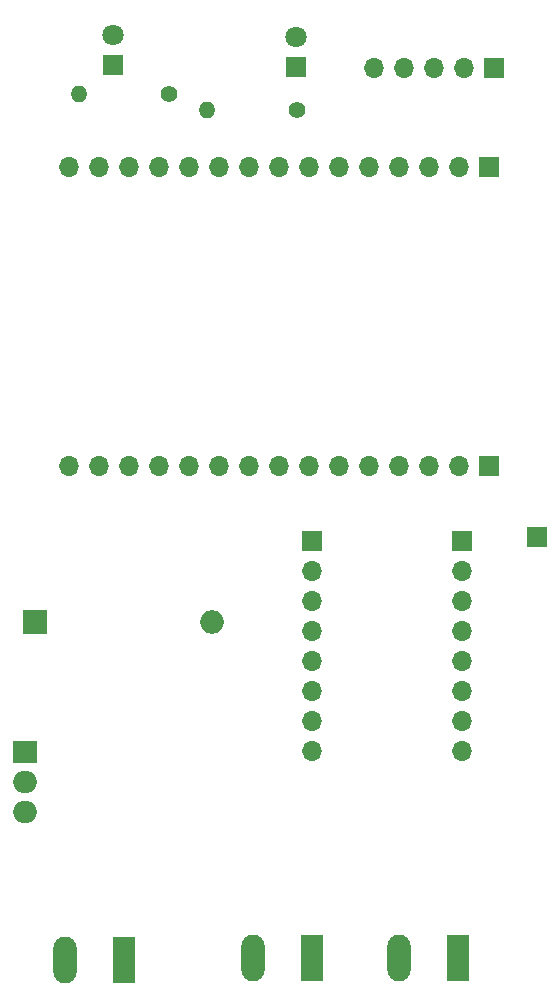
<source format=gbr>
%TF.GenerationSoftware,KiCad,Pcbnew,7.0.5*%
%TF.CreationDate,2023-06-26T04:39:27-05:00*%
%TF.ProjectId,ProyectoAPMKicadAutoroute,50726f79-6563-4746-9f41-504d4b696361,rev?*%
%TF.SameCoordinates,Original*%
%TF.FileFunction,Copper,L1,Top*%
%TF.FilePolarity,Positive*%
%FSLAX46Y46*%
G04 Gerber Fmt 4.6, Leading zero omitted, Abs format (unit mm)*
G04 Created by KiCad (PCBNEW 7.0.5) date 2023-06-26 04:39:27*
%MOMM*%
%LPD*%
G01*
G04 APERTURE LIST*
%TA.AperFunction,ComponentPad*%
%ADD10R,1.700000X1.700000*%
%TD*%
%TA.AperFunction,ComponentPad*%
%ADD11O,1.700000X1.700000*%
%TD*%
%TA.AperFunction,ComponentPad*%
%ADD12R,1.980000X3.960000*%
%TD*%
%TA.AperFunction,ComponentPad*%
%ADD13O,1.980000X3.960000*%
%TD*%
%TA.AperFunction,ComponentPad*%
%ADD14R,2.000000X2.000000*%
%TD*%
%TA.AperFunction,ComponentPad*%
%ADD15O,2.000000X2.000000*%
%TD*%
%TA.AperFunction,ComponentPad*%
%ADD16O,1.400000X1.400000*%
%TD*%
%TA.AperFunction,ComponentPad*%
%ADD17C,1.400000*%
%TD*%
%TA.AperFunction,ComponentPad*%
%ADD18R,1.800000X1.800000*%
%TD*%
%TA.AperFunction,ComponentPad*%
%ADD19C,1.800000*%
%TD*%
%TA.AperFunction,ComponentPad*%
%ADD20R,2.000000X1.905000*%
%TD*%
%TA.AperFunction,ComponentPad*%
%ADD21O,2.000000X1.905000*%
%TD*%
G04 APERTURE END LIST*
D10*
%TO.P,J9,1,Pin_1*%
%TO.N,Net-(J4-Pin_1)*%
X133300000Y-116800000D03*
%TD*%
%TO.P,J8,1,Pin_1*%
%TO.N,Net-(J2-Pin_1)*%
X129660000Y-77088800D03*
D11*
%TO.P,J8,2,Pin_2*%
%TO.N,Net-(J2-Pin_2)*%
X127120000Y-77088800D03*
%TO.P,J8,3,Pin_3*%
%TO.N,Net-(J2-Pin_3)*%
X124580000Y-77088800D03*
%TO.P,J8,4,Pin_4*%
%TO.N,Net-(J2-Pin_4)*%
X122040000Y-77088800D03*
%TO.P,J8,5,Pin_5*%
%TO.N,Net-(J2-Pin_5)*%
X119500000Y-77088800D03*
%TD*%
D12*
%TO.P,J7,1,Pin_1*%
%TO.N,12V+*%
X98348800Y-152552400D03*
D13*
%TO.P,J7,2,Pin_2*%
%TO.N,GND*%
X93348800Y-152552400D03*
%TD*%
D14*
%TO.P,C1,1*%
%TO.N,12V+*%
X90830400Y-124002800D03*
D15*
%TO.P,C1,2*%
%TO.N,GND*%
X105830400Y-124002800D03*
%TD*%
D16*
%TO.P,R2,2*%
%TO.N,GND*%
X94590000Y-79300000D03*
D17*
%TO.P,R2,1*%
%TO.N,Net-(De2-K)*%
X102210000Y-79300000D03*
%TD*%
D18*
%TO.P,De2,1,K*%
%TO.N,Net-(De2-K)*%
X97400000Y-76775000D03*
D19*
%TO.P,De2,2,A*%
%TO.N,Net-(De2-A)*%
X97400000Y-74235000D03*
%TD*%
D10*
%TO.P,J4,1,Pin_1*%
%TO.N,Net-(J4-Pin_1)*%
X127000000Y-117125000D03*
D11*
%TO.P,J4,2,Pin_2*%
%TO.N,GND*%
X127000000Y-119665000D03*
%TO.P,J4,3,Pin_3*%
%TO.N,Net-(J4-Pin_3)*%
X127000000Y-122205000D03*
%TO.P,J4,4,Pin_4*%
%TO.N,Net-(J4-Pin_4)*%
X127000000Y-124745000D03*
%TO.P,J4,5,Pin_5*%
%TO.N,Net-(J4-Pin_5)*%
X127000000Y-127285000D03*
%TO.P,J4,6,Pin_6*%
%TO.N,Net-(J4-Pin_6)*%
X127000000Y-129825000D03*
%TO.P,J4,7,Pin_7*%
%TO.N,VDD*%
X127000000Y-132365000D03*
%TO.P,J4,8,Pin_8*%
%TO.N,GND*%
X127000000Y-134905000D03*
%TD*%
D10*
%TO.P,J3,1,Pin_1*%
%TO.N,unconnected-(J3-Pin_1-Pad1)*%
X114300000Y-117125000D03*
D11*
%TO.P,J3,2,Pin_2*%
%TO.N,unconnected-(J3-Pin_2-Pad2)*%
X114300000Y-119665000D03*
%TO.P,J3,3,Pin_3*%
%TO.N,unconnected-(J3-Pin_3-Pad3)*%
X114300000Y-122205000D03*
%TO.P,J3,4,Pin_4*%
%TO.N,unconnected-(J3-Pin_4-Pad4)*%
X114300000Y-124745000D03*
%TO.P,J3,5,Pin_5*%
%TO.N,Net-(J3-Pin_5)*%
X114300000Y-127285000D03*
%TO.P,J3,6,Pin_6*%
X114300000Y-129825000D03*
%TO.P,J3,7,Pin_7*%
%TO.N,step*%
X114300000Y-132365000D03*
%TO.P,J3,8,Pin_8*%
%TO.N,dir*%
X114300000Y-134905000D03*
%TD*%
D19*
%TO.P,De1,2,A*%
%TO.N,Net-(De1-A)*%
X112900000Y-74435000D03*
D18*
%TO.P,De1,1,K*%
%TO.N,Net-(De1-K)*%
X112900000Y-76975000D03*
%TD*%
D12*
%TO.P,J5,1,Pin_1*%
%TO.N,Net-(J4-Pin_3)*%
X114300000Y-152400000D03*
D13*
%TO.P,J5,2,Pin_2*%
%TO.N,Net-(J4-Pin_4)*%
X109300000Y-152400000D03*
%TD*%
D10*
%TO.P,J1,1,Pin_1*%
%TO.N,unconnected-(J1-Pin_1-Pad1)*%
X129260000Y-110800000D03*
D11*
%TO.P,J1,2,Pin_2*%
%TO.N,unconnected-(J1-Pin_2-Pad2)*%
X126720000Y-110800000D03*
%TO.P,J1,3,Pin_3*%
%TO.N,dir*%
X124180000Y-110800000D03*
%TO.P,J1,4,Pin_4*%
%TO.N,step*%
X121640000Y-110800000D03*
%TO.P,J1,5,Pin_5*%
%TO.N,unconnected-(J1-Pin_5-Pad5)*%
X119100000Y-110800000D03*
%TO.P,J1,6,Pin_6*%
%TO.N,unconnected-(J1-Pin_6-Pad6)*%
X116560000Y-110800000D03*
%TO.P,J1,7,Pin_7*%
%TO.N,unconnected-(J1-Pin_7-Pad7)*%
X114020000Y-110800000D03*
%TO.P,J1,8,Pin_8*%
%TO.N,unconnected-(J1-Pin_8-Pad8)*%
X111480000Y-110800000D03*
%TO.P,J1,9,Pin_9*%
%TO.N,unconnected-(J1-Pin_9-Pad9)*%
X108940000Y-110800000D03*
%TO.P,J1,10,Pin_10*%
%TO.N,unconnected-(J1-Pin_10-Pad10)*%
X106400000Y-110800000D03*
%TO.P,J1,11,Pin_11*%
%TO.N,unconnected-(J1-Pin_11-Pad11)*%
X103860000Y-110800000D03*
%TO.P,J1,12,Pin_12*%
%TO.N,unconnected-(J1-Pin_12-Pad12)*%
X101320000Y-110800000D03*
%TO.P,J1,13,Pin_13*%
%TO.N,unconnected-(J1-Pin_13-Pad13)*%
X98780000Y-110800000D03*
%TO.P,J1,14,Pin_14*%
%TO.N,GND*%
X96240000Y-110800000D03*
%TO.P,J1,15,Pin_15*%
%TO.N,unconnected-(J1-Pin_15-Pad15)*%
X93700000Y-110800000D03*
%TD*%
D16*
%TO.P,R1,2*%
%TO.N,GND*%
X105390000Y-80650000D03*
D17*
%TO.P,R1,1*%
%TO.N,Net-(De1-K)*%
X113010000Y-80650000D03*
%TD*%
D20*
%TO.P,U1,1,VI*%
%TO.N,12V+*%
X90000000Y-135000000D03*
D21*
%TO.P,U1,2,GND*%
%TO.N,GND*%
X90000000Y-137540000D03*
%TO.P,U1,3,VO*%
%TO.N,VDD*%
X90000000Y-140080000D03*
%TD*%
D12*
%TO.P,J6,1,Pin_1*%
%TO.N,Net-(J4-Pin_6)*%
X126620000Y-152400000D03*
D13*
%TO.P,J6,2,Pin_2*%
%TO.N,Net-(J4-Pin_5)*%
X121620000Y-152400000D03*
%TD*%
D10*
%TO.P,J2,1,Pin_1*%
%TO.N,Net-(J2-Pin_1)*%
X129260000Y-85420000D03*
D11*
%TO.P,J2,2,Pin_2*%
%TO.N,Net-(J2-Pin_2)*%
X126720000Y-85420000D03*
%TO.P,J2,3,Pin_3*%
%TO.N,Net-(J2-Pin_3)*%
X124180000Y-85420000D03*
%TO.P,J2,4,Pin_4*%
%TO.N,Net-(J2-Pin_4)*%
X121640000Y-85420000D03*
%TO.P,J2,5,Pin_5*%
%TO.N,Net-(J2-Pin_5)*%
X119100000Y-85420000D03*
%TO.P,J2,6,Pin_6*%
%TO.N,unconnected-(J2-Pin_6-Pad6)*%
X116560000Y-85420000D03*
%TO.P,J2,7,Pin_7*%
%TO.N,Net-(De1-A)*%
X114020000Y-85420000D03*
%TO.P,J2,8,Pin_8*%
%TO.N,Net-(De2-A)*%
X111480000Y-85420000D03*
%TO.P,J2,9,Pin_9*%
%TO.N,unconnected-(J2-Pin_9-Pad9)*%
X108940000Y-85420000D03*
%TO.P,J2,10,Pin_10*%
%TO.N,unconnected-(J2-Pin_10-Pad10)*%
X106400000Y-85420000D03*
%TO.P,J2,11,Pin_11*%
%TO.N,unconnected-(J2-Pin_11-Pad11)*%
X103860000Y-85420000D03*
%TO.P,J2,12,Pin_12*%
%TO.N,unconnected-(J2-Pin_12-Pad12)*%
X101320000Y-85420000D03*
%TO.P,J2,13,Pin_13*%
%TO.N,unconnected-(J2-Pin_13-Pad13)*%
X98780000Y-85420000D03*
%TO.P,J2,14,Pin_14*%
%TO.N,GND*%
X96240000Y-85420000D03*
%TO.P,J2,15,Pin_15*%
%TO.N,VDD*%
X93700000Y-85420000D03*
%TD*%
M02*

</source>
